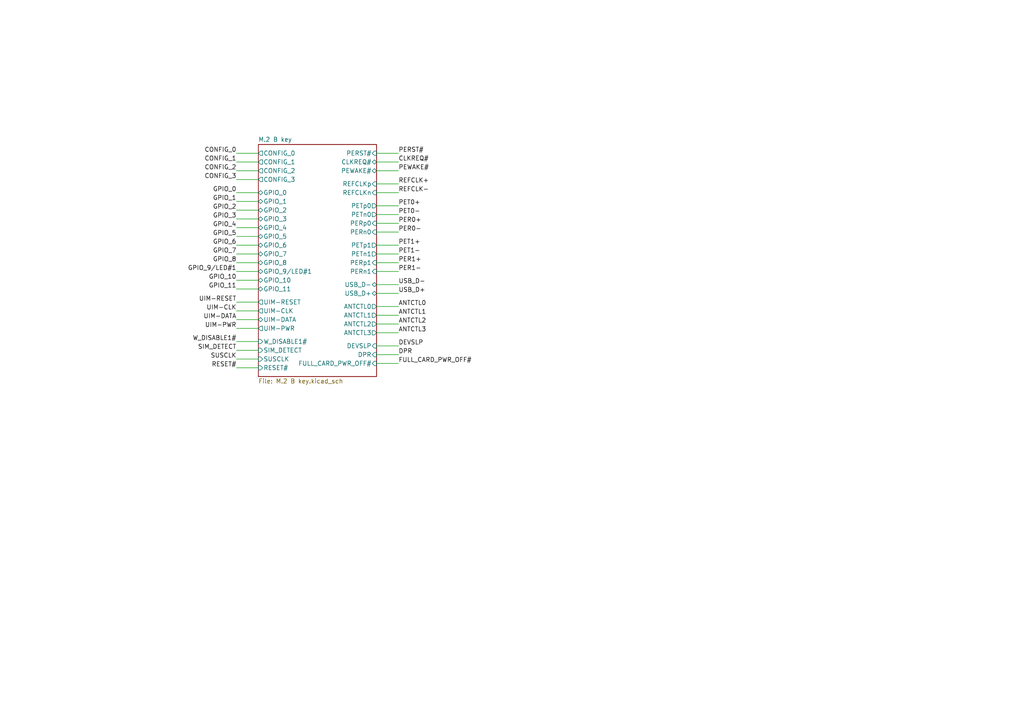
<source format=kicad_sch>
(kicad_sch
	(version 20250114)
	(generator "eeschema")
	(generator_version "9.0")
	(uuid "e8aec58c-8555-41a0-bbe8-71a1cca0982a")
	(paper "A4")
	(lib_symbols)
	(wire
		(pts
			(xy 68.58 99.06) (xy 74.93 99.06)
		)
		(stroke
			(width 0)
			(type default)
		)
		(uuid "09dcfad3-ff8a-4404-b694-db57bf46acb5")
	)
	(wire
		(pts
			(xy 109.22 102.87) (xy 115.57 102.87)
		)
		(stroke
			(width 0)
			(type default)
		)
		(uuid "1f4b36b7-7325-4e4f-bd55-b60074dc700f")
	)
	(wire
		(pts
			(xy 68.58 83.82) (xy 74.93 83.82)
		)
		(stroke
			(width 0)
			(type default)
		)
		(uuid "24dc494a-2f24-45f8-af8b-30d42d80233e")
	)
	(wire
		(pts
			(xy 68.58 55.88) (xy 74.93 55.88)
		)
		(stroke
			(width 0)
			(type default)
		)
		(uuid "2597c637-c218-4d7a-b25f-9f1905861324")
	)
	(wire
		(pts
			(xy 109.22 105.41) (xy 115.57 105.41)
		)
		(stroke
			(width 0)
			(type default)
		)
		(uuid "2bc91c0a-5181-4c28-b811-83bba53129e0")
	)
	(wire
		(pts
			(xy 68.58 63.5) (xy 74.93 63.5)
		)
		(stroke
			(width 0)
			(type default)
		)
		(uuid "2bd43754-609e-4a84-84a3-48d4c6f037df")
	)
	(wire
		(pts
			(xy 68.58 87.63) (xy 74.93 87.63)
		)
		(stroke
			(width 0)
			(type default)
		)
		(uuid "2c881a68-ca4d-462e-a746-927b2026f138")
	)
	(wire
		(pts
			(xy 109.22 85.09) (xy 115.57 85.09)
		)
		(stroke
			(width 0)
			(type default)
		)
		(uuid "3882c4be-2ecc-4313-92bb-61a91a01470f")
	)
	(wire
		(pts
			(xy 68.58 46.99) (xy 74.93 46.99)
		)
		(stroke
			(width 0)
			(type default)
		)
		(uuid "4398aa7a-bd7f-40f3-97dc-c92195255db6")
	)
	(wire
		(pts
			(xy 109.22 59.69) (xy 115.57 59.69)
		)
		(stroke
			(width 0)
			(type default)
		)
		(uuid "47464af3-1469-4ce9-b16c-5ec70e8fa4fe")
	)
	(wire
		(pts
			(xy 109.22 53.34) (xy 115.57 53.34)
		)
		(stroke
			(width 0)
			(type default)
		)
		(uuid "49672552-63f2-4ef4-858c-4efb84a3bfdb")
	)
	(wire
		(pts
			(xy 109.22 46.99) (xy 115.57 46.99)
		)
		(stroke
			(width 0)
			(type default)
		)
		(uuid "4ccbf634-d31f-42b3-84f1-8fdb2a550172")
	)
	(wire
		(pts
			(xy 109.22 73.66) (xy 115.57 73.66)
		)
		(stroke
			(width 0)
			(type default)
		)
		(uuid "569ed43e-75bb-4b3f-9142-29bd2b40c54c")
	)
	(wire
		(pts
			(xy 68.58 60.96) (xy 74.93 60.96)
		)
		(stroke
			(width 0)
			(type default)
		)
		(uuid "5c1290cd-4767-49c0-a36d-42d41bb703ae")
	)
	(wire
		(pts
			(xy 109.22 44.45) (xy 115.57 44.45)
		)
		(stroke
			(width 0)
			(type default)
		)
		(uuid "5d694161-d02a-4ae8-beb2-438753a5f940")
	)
	(wire
		(pts
			(xy 109.22 49.53) (xy 115.57 49.53)
		)
		(stroke
			(width 0)
			(type default)
		)
		(uuid "60a8aef9-66bb-4715-86d6-5b476e1df8c5")
	)
	(wire
		(pts
			(xy 68.58 49.53) (xy 74.93 49.53)
		)
		(stroke
			(width 0)
			(type default)
		)
		(uuid "6103750a-3891-4010-972f-7f7b6ed09ff2")
	)
	(wire
		(pts
			(xy 68.58 68.58) (xy 74.93 68.58)
		)
		(stroke
			(width 0)
			(type default)
		)
		(uuid "63bccd71-b813-45fc-a001-2e9e715abf66")
	)
	(wire
		(pts
			(xy 109.22 93.98) (xy 115.57 93.98)
		)
		(stroke
			(width 0)
			(type default)
		)
		(uuid "6df4c4f9-8042-4bd6-845c-eaf1d1067a7e")
	)
	(wire
		(pts
			(xy 68.58 76.2) (xy 74.93 76.2)
		)
		(stroke
			(width 0)
			(type default)
		)
		(uuid "7406958c-529f-46d6-a698-7ff7559e2c48")
	)
	(wire
		(pts
			(xy 109.22 67.31) (xy 115.57 67.31)
		)
		(stroke
			(width 0)
			(type default)
		)
		(uuid "754f825e-9b0e-4da4-a271-dc2792e55421")
	)
	(wire
		(pts
			(xy 68.58 104.14) (xy 74.93 104.14)
		)
		(stroke
			(width 0)
			(type default)
		)
		(uuid "833c36a1-635a-4bf9-8a85-b7faed335e4e")
	)
	(wire
		(pts
			(xy 109.22 78.74) (xy 115.57 78.74)
		)
		(stroke
			(width 0)
			(type default)
		)
		(uuid "8452e0a9-20ab-484d-9bd2-76bf739a07d4")
	)
	(wire
		(pts
			(xy 68.58 52.07) (xy 74.93 52.07)
		)
		(stroke
			(width 0)
			(type default)
		)
		(uuid "84721ed2-f83b-4438-90fa-44e7d030d60e")
	)
	(wire
		(pts
			(xy 68.58 81.28) (xy 74.93 81.28)
		)
		(stroke
			(width 0)
			(type default)
		)
		(uuid "87ca0787-3c61-466a-b65e-59f3c08ef014")
	)
	(wire
		(pts
			(xy 109.22 64.77) (xy 115.57 64.77)
		)
		(stroke
			(width 0)
			(type default)
		)
		(uuid "99177a84-abfd-434b-b773-681ae3302347")
	)
	(wire
		(pts
			(xy 109.22 62.23) (xy 115.57 62.23)
		)
		(stroke
			(width 0)
			(type default)
		)
		(uuid "9b515240-0b4b-4157-8080-e019989ba0b6")
	)
	(wire
		(pts
			(xy 109.22 82.55) (xy 115.57 82.55)
		)
		(stroke
			(width 0)
			(type default)
		)
		(uuid "a40c9a8a-10d2-4f6f-b6df-33d91e3c7acb")
	)
	(wire
		(pts
			(xy 68.58 58.42) (xy 74.93 58.42)
		)
		(stroke
			(width 0)
			(type default)
		)
		(uuid "a70f21af-ec2c-41e6-bf9d-6a82856dd090")
	)
	(wire
		(pts
			(xy 68.58 92.71) (xy 74.93 92.71)
		)
		(stroke
			(width 0)
			(type default)
		)
		(uuid "a8f0e4ee-9685-43e9-89d9-30257ba806e9")
	)
	(wire
		(pts
			(xy 68.58 44.45) (xy 74.93 44.45)
		)
		(stroke
			(width 0)
			(type default)
		)
		(uuid "ab8c2b23-6906-47f7-95ad-4d50595106aa")
	)
	(wire
		(pts
			(xy 68.58 90.17) (xy 74.93 90.17)
		)
		(stroke
			(width 0)
			(type default)
		)
		(uuid "aba8e335-4a5d-4b5d-a3d3-cbc24544b19e")
	)
	(wire
		(pts
			(xy 68.58 106.68) (xy 74.93 106.68)
		)
		(stroke
			(width 0)
			(type default)
		)
		(uuid "b4d88dab-6b55-4eec-a5c8-fb5e5df3b7f4")
	)
	(wire
		(pts
			(xy 109.22 55.88) (xy 115.57 55.88)
		)
		(stroke
			(width 0)
			(type default)
		)
		(uuid "c3c363ac-c34a-41a5-acbe-981348bca5ae")
	)
	(wire
		(pts
			(xy 68.58 78.74) (xy 74.93 78.74)
		)
		(stroke
			(width 0)
			(type default)
		)
		(uuid "c555a5c7-a693-4f46-a941-04b6437a19ff")
	)
	(wire
		(pts
			(xy 109.22 100.33) (xy 115.57 100.33)
		)
		(stroke
			(width 0)
			(type default)
		)
		(uuid "c84ae84a-68e2-4d85-bfb7-f5c413de70c5")
	)
	(wire
		(pts
			(xy 68.58 71.12) (xy 74.93 71.12)
		)
		(stroke
			(width 0)
			(type default)
		)
		(uuid "cae9c8f0-1e53-4f7e-90c5-85022ff5635f")
	)
	(wire
		(pts
			(xy 109.22 91.44) (xy 115.57 91.44)
		)
		(stroke
			(width 0)
			(type default)
		)
		(uuid "d06f0f55-1c36-49a8-b31e-a2f7ff2be628")
	)
	(wire
		(pts
			(xy 109.22 88.9) (xy 115.57 88.9)
		)
		(stroke
			(width 0)
			(type default)
		)
		(uuid "d9ae92c6-dd7c-4781-95cc-58cb6c59abc6")
	)
	(wire
		(pts
			(xy 109.22 71.12) (xy 115.57 71.12)
		)
		(stroke
			(width 0)
			(type default)
		)
		(uuid "dd84872b-e6a4-45c0-b56c-c12383f87bcf")
	)
	(wire
		(pts
			(xy 68.58 95.25) (xy 74.93 95.25)
		)
		(stroke
			(width 0)
			(type default)
		)
		(uuid "ddf74be7-f53c-4c2a-9189-bb014154e060")
	)
	(wire
		(pts
			(xy 109.22 96.52) (xy 115.57 96.52)
		)
		(stroke
			(width 0)
			(type default)
		)
		(uuid "e4a75015-14ac-4265-893a-6e699735ec90")
	)
	(wire
		(pts
			(xy 109.22 76.2) (xy 115.57 76.2)
		)
		(stroke
			(width 0)
			(type default)
		)
		(uuid "e51761cc-83b6-4872-983d-551a62e18c62")
	)
	(wire
		(pts
			(xy 68.58 101.6) (xy 74.93 101.6)
		)
		(stroke
			(width 0)
			(type default)
		)
		(uuid "f0441556-f28a-4a64-9e04-556286b40c8c")
	)
	(wire
		(pts
			(xy 68.58 66.04) (xy 74.93 66.04)
		)
		(stroke
			(width 0)
			(type default)
		)
		(uuid "f556a2fd-bd1c-4eba-b6a9-8e0f58ba00e9")
	)
	(wire
		(pts
			(xy 68.58 73.66) (xy 74.93 73.66)
		)
		(stroke
			(width 0)
			(type default)
		)
		(uuid "f92b7dc2-0780-4285-94b0-c2fa77557e02")
	)
	(label "USB_D-"
		(at 115.57 82.55 0)
		(effects
			(font
				(size 1.27 1.27)
			)
			(justify left bottom)
		)
		(uuid "085271e7-9ae5-4c15-a895-7f4bd33183e8")
	)
	(label "PET0-"
		(at 115.57 62.23 0)
		(effects
			(font
				(size 1.27 1.27)
			)
			(justify left bottom)
		)
		(uuid "10f48213-ca76-45ed-9593-c546610c74e7")
	)
	(label "PER0-"
		(at 115.57 67.31 0)
		(effects
			(font
				(size 1.27 1.27)
			)
			(justify left bottom)
		)
		(uuid "129619da-b6e8-4f96-a9dc-27fd59381d22")
	)
	(label "UIM-PWR"
		(at 68.58 95.25 180)
		(effects
			(font
				(size 1.27 1.27)
			)
			(justify right bottom)
		)
		(uuid "182635c0-7116-4fb7-b183-ce136408d9e8")
	)
	(label "DPR"
		(at 115.57 102.87 0)
		(effects
			(font
				(size 1.27 1.27)
			)
			(justify left bottom)
		)
		(uuid "199522ce-08ce-4d20-9d60-23def6e3a851")
	)
	(label "REFCLK+"
		(at 115.57 53.34 0)
		(effects
			(font
				(size 1.27 1.27)
			)
			(justify left bottom)
		)
		(uuid "1d4cf54f-b380-409d-a304-74f4c1f7cc94")
	)
	(label "GPIO_7"
		(at 68.58 73.66 180)
		(effects
			(font
				(size 1.27 1.27)
			)
			(justify right bottom)
		)
		(uuid "200cc797-dc7c-4904-84c1-2058fdbcb3f8")
	)
	(label "GPIO_2"
		(at 68.58 60.96 180)
		(effects
			(font
				(size 1.27 1.27)
			)
			(justify right bottom)
		)
		(uuid "2511c7c9-1335-4389-8245-67ea0c910066")
	)
	(label "ANTCTL0"
		(at 115.57 88.9 0)
		(effects
			(font
				(size 1.27 1.27)
			)
			(justify left bottom)
		)
		(uuid "2b85f458-4c8d-452e-8a49-28aa33c545ef")
	)
	(label "PEWAKE#"
		(at 115.57 49.53 0)
		(effects
			(font
				(size 1.27 1.27)
			)
			(justify left bottom)
		)
		(uuid "2fc43b85-10fb-497d-a77d-5fe6318daab0")
	)
	(label "CONFIG_1"
		(at 68.58 46.99 180)
		(effects
			(font
				(size 1.27 1.27)
			)
			(justify right bottom)
		)
		(uuid "348b2c1b-d3b5-498a-97f1-fc4ec156479e")
	)
	(label "PERST#"
		(at 115.57 44.45 0)
		(effects
			(font
				(size 1.27 1.27)
			)
			(justify left bottom)
		)
		(uuid "355ff572-8b1e-4a09-a9a6-6629cceb0179")
	)
	(label "PET1-"
		(at 115.57 73.66 0)
		(effects
			(font
				(size 1.27 1.27)
			)
			(justify left bottom)
		)
		(uuid "3882c7e6-c819-401d-af79-b73c5e194a90")
	)
	(label "SUSCLK"
		(at 68.58 104.14 180)
		(effects
			(font
				(size 1.27 1.27)
			)
			(justify right bottom)
		)
		(uuid "3f803085-1609-41f2-aac1-00307c77f45e")
	)
	(label "GPIO_6"
		(at 68.58 71.12 180)
		(effects
			(font
				(size 1.27 1.27)
			)
			(justify right bottom)
		)
		(uuid "4598f96d-bab7-4775-affa-5cd17066edf4")
	)
	(label "GPIO_8"
		(at 68.58 76.2 180)
		(effects
			(font
				(size 1.27 1.27)
			)
			(justify right bottom)
		)
		(uuid "4fec8f12-17d8-4dc6-aded-2fcb250733a1")
	)
	(label "FULL_CARD_PWR_OFF#"
		(at 115.57 105.41 0)
		(effects
			(font
				(size 1.27 1.27)
			)
			(justify left bottom)
		)
		(uuid "50cc824f-ee18-4aa3-b005-6e15096d6c75")
	)
	(label "PER0+"
		(at 115.57 64.77 0)
		(effects
			(font
				(size 1.27 1.27)
			)
			(justify left bottom)
		)
		(uuid "5675ce88-f028-45f7-adc9-de0ab7fd1f79")
	)
	(label "GPIO_1"
		(at 68.58 58.42 180)
		(effects
			(font
				(size 1.27 1.27)
			)
			(justify right bottom)
		)
		(uuid "63603666-61ca-4823-b578-84aea5d211dd")
	)
	(label "UIM-CLK"
		(at 68.58 90.17 180)
		(effects
			(font
				(size 1.27 1.27)
			)
			(justify right bottom)
		)
		(uuid "6fd33660-9e62-4682-947f-240ae42755ab")
	)
	(label "REFCLK-"
		(at 115.57 55.88 0)
		(effects
			(font
				(size 1.27 1.27)
			)
			(justify left bottom)
		)
		(uuid "719448d4-2410-4b5c-b90b-4542b8d58a1b")
	)
	(label "GPIO_4"
		(at 68.58 66.04 180)
		(effects
			(font
				(size 1.27 1.27)
			)
			(justify right bottom)
		)
		(uuid "72a262cd-c995-4eff-9dfd-13bbe3761842")
	)
	(label "GPIO_0"
		(at 68.58 55.88 180)
		(effects
			(font
				(size 1.27 1.27)
			)
			(justify right bottom)
		)
		(uuid "788ebed6-9563-4fb4-a04e-3cd53479ce19")
	)
	(label "ANTCTL3"
		(at 115.57 96.52 0)
		(effects
			(font
				(size 1.27 1.27)
			)
			(justify left bottom)
		)
		(uuid "817f1517-10ee-4cc0-8572-91ed7883a526")
	)
	(label "ANTCTL1"
		(at 115.57 91.44 0)
		(effects
			(font
				(size 1.27 1.27)
			)
			(justify left bottom)
		)
		(uuid "8a2acb1b-c000-429f-a383-94bf39df6643")
	)
	(label "CONFIG_0"
		(at 68.58 44.45 180)
		(effects
			(font
				(size 1.27 1.27)
			)
			(justify right bottom)
		)
		(uuid "8da956d2-8ba7-4777-a665-d72fdf8a26da")
	)
	(label "CLKREQ#"
		(at 115.57 46.99 0)
		(effects
			(font
				(size 1.27 1.27)
			)
			(justify left bottom)
		)
		(uuid "8f6b5325-e12a-40ad-9a9b-9b974fb92f7d")
	)
	(label "DEVSLP"
		(at 115.57 100.33 0)
		(effects
			(font
				(size 1.27 1.27)
			)
			(justify left bottom)
		)
		(uuid "a6d3aa09-1464-4a2f-ac2a-b286683c8628")
	)
	(label "GPIO_3"
		(at 68.58 63.5 180)
		(effects
			(font
				(size 1.27 1.27)
			)
			(justify right bottom)
		)
		(uuid "a8df9633-47a8-4f78-9d99-aa15e65b0572")
	)
	(label "GPIO_9{slash}LED#1"
		(at 68.58 78.74 180)
		(effects
			(font
				(size 1.27 1.27)
			)
			(justify right bottom)
		)
		(uuid "ab7a4540-a68b-4eda-a7dc-d08dc14adea6")
	)
	(label "W_DISABLE1#"
		(at 68.58 99.06 180)
		(effects
			(font
				(size 1.27 1.27)
			)
			(justify right bottom)
		)
		(uuid "ade8ae2e-e55f-4207-a4e8-0c3b3aaaa04e")
	)
	(label "CONFIG_3"
		(at 68.58 52.07 180)
		(effects
			(font
				(size 1.27 1.27)
			)
			(justify right bottom)
		)
		(uuid "b72574a3-5f29-47ff-9ede-7ebb118947a8")
	)
	(label "SIM_DETECT"
		(at 68.58 101.6 180)
		(effects
			(font
				(size 1.27 1.27)
			)
			(justify right bottom)
		)
		(uuid "b8860156-73f0-463d-b0a0-add17fce62df")
	)
	(label "PER1-"
		(at 115.57 78.74 0)
		(effects
			(font
				(size 1.27 1.27)
			)
			(justify left bottom)
		)
		(uuid "b8c5468b-a03c-49ab-a19c-4b4a6c7e3769")
	)
	(label "GPIO_10"
		(at 68.58 81.28 180)
		(effects
			(font
				(size 1.27 1.27)
			)
			(justify right bottom)
		)
		(uuid "c04a81ab-c7b0-4927-ad1b-5ad5aa48a64d")
	)
	(label "RESET#"
		(at 68.58 106.68 180)
		(effects
			(font
				(size 1.27 1.27)
			)
			(justify right bottom)
		)
		(uuid "c341a736-64e2-431e-85f4-8d18bfec7d23")
	)
	(label "GPIO_5"
		(at 68.58 68.58 180)
		(effects
			(font
				(size 1.27 1.27)
			)
			(justify right bottom)
		)
		(uuid "c70a95b2-0e08-4ea3-b141-89f9cf5c665a")
	)
	(label "USB_D+"
		(at 115.57 85.09 0)
		(effects
			(font
				(size 1.27 1.27)
			)
			(justify left bottom)
		)
		(uuid "cfa20c2a-ad27-4e1e-a421-10f22c3ccb9c")
	)
	(label "UIM-RESET"
		(at 68.58 87.63 180)
		(effects
			(font
				(size 1.27 1.27)
			)
			(justify right bottom)
		)
		(uuid "d1933526-e9f1-41ac-96b3-aba08a97897c")
	)
	(label "GPIO_11"
		(at 68.58 83.82 180)
		(effects
			(font
				(size 1.27 1.27)
			)
			(justify right bottom)
		)
		(uuid "d552620f-5f08-4a27-b3c7-11757c5645c2")
	)
	(label "CONFIG_2"
		(at 68.58 49.53 180)
		(effects
			(font
				(size 1.27 1.27)
			)
			(justify right bottom)
		)
		(uuid "de46d82d-bb2e-4f60-a515-bbe0daea8e5a")
	)
	(label "PET1+"
		(at 115.57 71.12 0)
		(effects
			(font
				(size 1.27 1.27)
			)
			(justify left bottom)
		)
		(uuid "e2102c6d-773f-423b-a949-d0871b04bd0d")
	)
	(label "PET0+"
		(at 115.57 59.69 0)
		(effects
			(font
				(size 1.27 1.27)
			)
			(justify left bottom)
		)
		(uuid "e49f3acc-b0fd-4125-9e8c-05e320217326")
	)
	(label "PER1+"
		(at 115.57 76.2 0)
		(effects
			(font
				(size 1.27 1.27)
			)
			(justify left bottom)
		)
		(uuid "e597143e-1959-4247-bdad-19dbc670e9f2")
	)
	(label "UIM-DATA"
		(at 68.58 92.71 180)
		(effects
			(font
				(size 1.27 1.27)
			)
			(justify right bottom)
		)
		(uuid "e7e0f1b8-7b9e-42b2-ac3e-29f4420a9d7d")
	)
	(label "ANTCTL2"
		(at 115.57 93.98 0)
		(effects
			(font
				(size 1.27 1.27)
			)
			(justify left bottom)
		)
		(uuid "e866eddb-7db3-4cc0-95af-8e9a4cf8ae50")
	)
	(sheet
		(at 74.93 41.91)
		(size 34.29 67.31)
		(exclude_from_sim no)
		(in_bom yes)
		(on_board yes)
		(dnp no)
		(fields_autoplaced yes)
		(stroke
			(width 0.1524)
			(type solid)
		)
		(fill
			(color 0 0 0 0.0000)
		)
		(uuid "6f3aec5e-6cbb-4c44-a88f-c2fbd765ff27")
		(property "Sheetname" "M.2 B key"
			(at 74.93 41.1984 0)
			(effects
				(font
					(size 1.27 1.27)
				)
				(justify left bottom)
			)
		)
		(property "Sheetfile" "M.2 B key.kicad_sch"
			(at 74.93 109.8046 0)
			(effects
				(font
					(size 1.27 1.27)
				)
				(justify left top)
			)
		)
		(pin "CONFIG_1" output
			(at 74.93 46.99 180)
			(uuid "7a5eb96a-f807-4f39-89e0-b8a07fc44ba4")
			(effects
				(font
					(size 1.27 1.27)
				)
				(justify left)
			)
		)
		(pin "CONFIG_3" output
			(at 74.93 52.07 180)
			(uuid "b2638ab0-a843-499c-9534-96417aa4257b")
			(effects
				(font
					(size 1.27 1.27)
				)
				(justify left)
			)
		)
		(pin "CONFIG_0" output
			(at 74.93 44.45 180)
			(uuid "32c588a2-3545-4f57-9695-a8b1bd6f66c3")
			(effects
				(font
					(size 1.27 1.27)
				)
				(justify left)
			)
		)
		(pin "CONFIG_2" output
			(at 74.93 49.53 180)
			(uuid "05ea8bd4-aa78-412a-a5fb-4dc01f59748a")
			(effects
				(font
					(size 1.27 1.27)
				)
				(justify left)
			)
		)
		(pin "GPIO_5" bidirectional
			(at 74.93 68.58 180)
			(uuid "bf11e8b4-1752-4416-ac37-c4e8febe9ffb")
			(effects
				(font
					(size 1.27 1.27)
				)
				(justify left)
			)
		)
		(pin "GPIO_9/LED#1" bidirectional
			(at 74.93 78.74 180)
			(uuid "0c2b7921-9cc9-415a-8de5-8ddf351062e4")
			(effects
				(font
					(size 1.27 1.27)
				)
				(justify left)
			)
		)
		(pin "GPIO_6" bidirectional
			(at 74.93 71.12 180)
			(uuid "1cefd108-c820-4c56-9f26-f983edbef234")
			(effects
				(font
					(size 1.27 1.27)
				)
				(justify left)
			)
		)
		(pin "GPIO_4" bidirectional
			(at 74.93 66.04 180)
			(uuid "9ebfcac4-5886-4dd5-93ec-e559e69edec6")
			(effects
				(font
					(size 1.27 1.27)
				)
				(justify left)
			)
		)
		(pin "GPIO_3" bidirectional
			(at 74.93 63.5 180)
			(uuid "db6069cc-24af-4f8d-b3e9-321c92d0027d")
			(effects
				(font
					(size 1.27 1.27)
				)
				(justify left)
			)
		)
		(pin "GPIO_2" bidirectional
			(at 74.93 60.96 180)
			(uuid "2901c93a-0a2e-483e-8b68-b76a5f91499d")
			(effects
				(font
					(size 1.27 1.27)
				)
				(justify left)
			)
		)
		(pin "GPIO_11" bidirectional
			(at 74.93 83.82 180)
			(uuid "b53da6f9-d1ed-4051-830a-a47fd29c9277")
			(effects
				(font
					(size 1.27 1.27)
				)
				(justify left)
			)
		)
		(pin "GPIO_10" bidirectional
			(at 74.93 81.28 180)
			(uuid "ca8c7992-e2ef-407e-ba14-41e6c2d67af5")
			(effects
				(font
					(size 1.27 1.27)
				)
				(justify left)
			)
		)
		(pin "GPIO_7" bidirectional
			(at 74.93 73.66 180)
			(uuid "a11c8b99-82bf-492e-b044-15d9ad56eff1")
			(effects
				(font
					(size 1.27 1.27)
				)
				(justify left)
			)
		)
		(pin "GPIO_8" bidirectional
			(at 74.93 76.2 180)
			(uuid "e01e3bfd-79d2-45a5-899c-04565b6e04fb")
			(effects
				(font
					(size 1.27 1.27)
				)
				(justify left)
			)
		)
		(pin "GPIO_1" bidirectional
			(at 74.93 58.42 180)
			(uuid "f011a9f6-8c0b-403f-9274-6bc9368c14fd")
			(effects
				(font
					(size 1.27 1.27)
				)
				(justify left)
			)
		)
		(pin "GPIO_0" bidirectional
			(at 74.93 55.88 180)
			(uuid "9d0eae6a-02a0-408f-9c23-e85262ff10d2")
			(effects
				(font
					(size 1.27 1.27)
				)
				(justify left)
			)
		)
		(pin "UIM-RESET" output
			(at 74.93 87.63 180)
			(uuid "203ae5ac-c1c4-41c0-a951-0c37adbe342f")
			(effects
				(font
					(size 1.27 1.27)
				)
				(justify left)
			)
		)
		(pin "UIM-CLK" output
			(at 74.93 90.17 180)
			(uuid "06f00a91-afdc-41dc-b22f-deacd3664c8f")
			(effects
				(font
					(size 1.27 1.27)
				)
				(justify left)
			)
		)
		(pin "UIM-DATA" bidirectional
			(at 74.93 92.71 180)
			(uuid "84d9cf96-847f-43fc-b298-5f2691a65d00")
			(effects
				(font
					(size 1.27 1.27)
				)
				(justify left)
			)
		)
		(pin "UIM-PWR" output
			(at 74.93 95.25 180)
			(uuid "ac7edd69-60c2-418e-a865-c6bfc33ad4ce")
			(effects
				(font
					(size 1.27 1.27)
				)
				(justify left)
			)
		)
		(pin "PERST#" input
			(at 109.22 44.45 0)
			(uuid "b16ce2f8-51c3-4dc8-9247-931f3bd9fe54")
			(effects
				(font
					(size 1.27 1.27)
				)
				(justify right)
			)
		)
		(pin "PEWAKE#" bidirectional
			(at 109.22 49.53 0)
			(uuid "5eb362ba-1003-43ba-9651-cadd8e6b54bc")
			(effects
				(font
					(size 1.27 1.27)
				)
				(justify right)
			)
		)
		(pin "CLKREQ#" bidirectional
			(at 109.22 46.99 0)
			(uuid "85f510f5-118f-4c07-b0d3-1639d65a6c02")
			(effects
				(font
					(size 1.27 1.27)
				)
				(justify right)
			)
		)
		(pin "REFCLKp" input
			(at 109.22 53.34 0)
			(uuid "495bb4c7-738c-4a98-afbc-1317a203c6a1")
			(effects
				(font
					(size 1.27 1.27)
				)
				(justify right)
			)
		)
		(pin "REFCLKn" input
			(at 109.22 55.88 0)
			(uuid "b6aabf83-0735-41ae-9329-ab6a46a13103")
			(effects
				(font
					(size 1.27 1.27)
				)
				(justify right)
			)
		)
		(pin "PETp0" output
			(at 109.22 59.69 0)
			(uuid "47130fb6-8ac7-4771-86f9-777d6351689f")
			(effects
				(font
					(size 1.27 1.27)
				)
				(justify right)
			)
		)
		(pin "PETn0" output
			(at 109.22 62.23 0)
			(uuid "24f43490-92b2-4958-9a8b-218c6de9c3e2")
			(effects
				(font
					(size 1.27 1.27)
				)
				(justify right)
			)
		)
		(pin "PERn0" input
			(at 109.22 67.31 0)
			(uuid "c8f64c26-c430-47d0-a399-c6869af31954")
			(effects
				(font
					(size 1.27 1.27)
				)
				(justify right)
			)
		)
		(pin "PERp0" input
			(at 109.22 64.77 0)
			(uuid "5bc7c981-29d1-47f5-b798-6f5e56999b1d")
			(effects
				(font
					(size 1.27 1.27)
				)
				(justify right)
			)
		)
		(pin "PETp1" output
			(at 109.22 71.12 0)
			(uuid "bafabf4d-31f8-4452-bead-4b7de7b2c2ae")
			(effects
				(font
					(size 1.27 1.27)
				)
				(justify right)
			)
		)
		(pin "PETn1" output
			(at 109.22 73.66 0)
			(uuid "084d372d-dd82-4eac-a76c-6f487b87e376")
			(effects
				(font
					(size 1.27 1.27)
				)
				(justify right)
			)
		)
		(pin "PERn1" input
			(at 109.22 78.74 0)
			(uuid "6c7cfc35-71a9-4b51-a966-cbae7d5df35e")
			(effects
				(font
					(size 1.27 1.27)
				)
				(justify right)
			)
		)
		(pin "PERp1" input
			(at 109.22 76.2 0)
			(uuid "fdc19be4-d8ab-411c-870f-a13f2ca272f3")
			(effects
				(font
					(size 1.27 1.27)
				)
				(justify right)
			)
		)
		(pin "USB_D-" bidirectional
			(at 109.22 82.55 0)
			(uuid "aa5df780-bf08-457f-8697-01b92627f83f")
			(effects
				(font
					(size 1.27 1.27)
				)
				(justify right)
			)
		)
		(pin "USB_D+" bidirectional
			(at 109.22 85.09 0)
			(uuid "c4655aac-1b32-4302-9745-3352555df956")
			(effects
				(font
					(size 1.27 1.27)
				)
				(justify right)
			)
		)
		(pin "ANTCTL0" output
			(at 109.22 88.9 0)
			(uuid "0eefef7c-c1a1-499f-a4e8-890a111ae007")
			(effects
				(font
					(size 1.27 1.27)
				)
				(justify right)
			)
		)
		(pin "ANTCTL3" output
			(at 109.22 96.52 0)
			(uuid "7f2583f4-e9a2-4398-8803-f2b67b0079b5")
			(effects
				(font
					(size 1.27 1.27)
				)
				(justify right)
			)
		)
		(pin "ANTCTL1" output
			(at 109.22 91.44 0)
			(uuid "74f4f99d-3ac3-4532-b1d9-e554ab5610ae")
			(effects
				(font
					(size 1.27 1.27)
				)
				(justify right)
			)
		)
		(pin "ANTCTL2" output
			(at 109.22 93.98 0)
			(uuid "df7ff284-b034-438e-98d0-0ff8989fd114")
			(effects
				(font
					(size 1.27 1.27)
				)
				(justify right)
			)
		)
		(pin "W_DISABLE1#" input
			(at 74.93 99.06 180)
			(uuid "6d53d731-b8ce-4cb1-a483-4cf8661f3271")
			(effects
				(font
					(size 1.27 1.27)
				)
				(justify left)
			)
		)
		(pin "SIM_DETECT" input
			(at 74.93 101.6 180)
			(uuid "70fd9161-45ac-41eb-a8a9-b861016a9c47")
			(effects
				(font
					(size 1.27 1.27)
				)
				(justify left)
			)
		)
		(pin "RESET#" input
			(at 74.93 106.68 180)
			(uuid "5c408862-1c54-4728-b03f-4b1015ec5e1e")
			(effects
				(font
					(size 1.27 1.27)
				)
				(justify left)
			)
		)
		(pin "DEVSLP" input
			(at 109.22 100.33 0)
			(uuid "58118c87-aa66-41ee-b943-dc8ad9b8bf0a")
			(effects
				(font
					(size 1.27 1.27)
				)
				(justify right)
			)
		)
		(pin "FULL_CARD_PWR_OFF#" input
			(at 109.22 105.41 0)
			(uuid "8173c26f-c620-4ab0-a282-2e1c166489bb")
			(effects
				(font
					(size 1.27 1.27)
				)
				(justify right)
			)
		)
		(pin "DPR" input
			(at 109.22 102.87 0)
			(uuid "a1a8fe59-1744-49e9-b577-41665d8faf24")
			(effects
				(font
					(size 1.27 1.27)
				)
				(justify right)
			)
		)
		(pin "SUSCLK" input
			(at 74.93 104.14 180)
			(uuid "ce6803a9-ef6c-41ac-8222-c3662947f077")
			(effects
				(font
					(size 1.27 1.27)
				)
				(justify left)
			)
		)
		(instances
			(project "M.2 B Key 2230"
				(path "/e8aec58c-8555-41a0-bbe8-71a1cca0982a"
					(page "2")
				)
			)
		)
	)
	(sheet_instances
		(path "/"
			(page "1")
		)
	)
	(embedded_fonts no)
)

</source>
